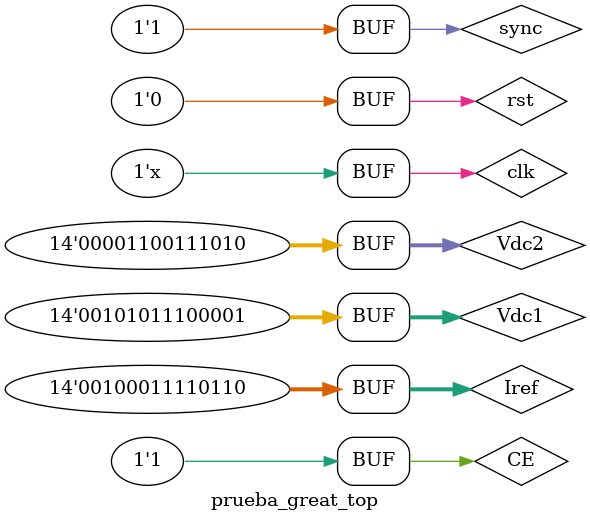
<source format=v>
`timescale 1ns / 1ps


module prueba_great_top();
// Inputs

	reg clk;
	reg CE;
	reg rst;
    reg sync;
    reg [13:0] Vdc1;
    reg [13:0] Vdc2;
    reg [13:0] Iref;

    
	
	// Outputs
	wire trigger;
	wire [1:0] modo;
	wire Sp1, Sp2, Sp3, Sp4, Ss1, Ss2, Ss3, Ss4;
	
	// UUT
		great_top inst_great_top
		(
			.clk     (clk),
			.CE      (CE),
			.rst     (rst),
			.sync    (sync),
			.Vdc1    (Vdc1),
			.Vdc2    (Vdc2),
			.Iref    (Iref),
			.Sp1      (Sp1),
			.Sp2      (Sp2),
			.Sp3      (Sp3),
			.Sp4      (Sp4),
			.Ss1      (Ss1),
			.Ss2      (Ss2),
			.Ss3      (Ss3),
			.Ss4      (Ss4),
			.trigger (trigger),
			.modo    (modo)
		);



	always 
	begin
	#5 clk= ~clk;
	end




	initial begin
		clk = 1'b0;
		CE  = 1'b1;
		rst = 1'b0;
		Vdc1 = 14'd2785; //340 V
		Vdc2 = 14'd826; // 100.8 V
		Iref = 14'd2294;  //equivale a 10 A
		sync = 1'b0;

		#700

		sync = 1'b1;

		
		/*
		#14300;
		Iref = 14'd2294;// -10 A
		#20000;
		Iref = 14'd6554; // 40 A
		// La prueba
		*/
	end


endmodule

</source>
